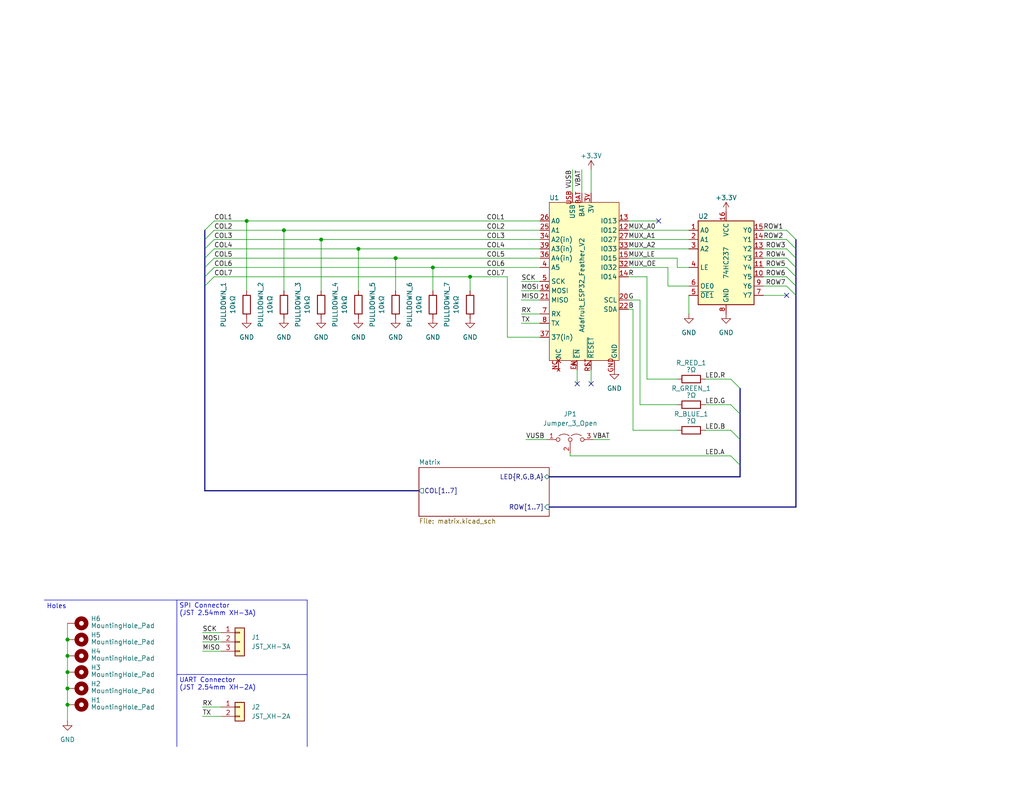
<source format=kicad_sch>
(kicad_sch (version 20230121) (generator eeschema)
  (paper "USLetter")
  (title_block (title "Keyboard Logic") (date "2023-03-28") (rev "1.0") (company "n0m1s"))
  (lib_symbols
    (symbol "Connector_Generic:Conn_01x02" (pin_names (offset 1.016) hide)
      (property "Reference" "J" (at 0 2.54 0))
      (property "Value" "Conn_01x02" (at 0 -5.08 0))
      (symbol "Conn_01x02_1_1"
        (rectangle (start -1.27 -2.413) (end 0 -2.667) (stroke (width 0.1524)))
        (rectangle (start -1.27 0.127) (end 0 -0.127) (stroke (width 0.1524)))
        (rectangle (start -1.27 1.27) (end 1.27 -3.81) (stroke (width 0.254)) (fill (type background)))
        (pin passive line (at -5.08 0 0) (length 3.81) (name "Pin_1") (number "1"))
        (pin passive line (at -5.08 -2.54 0) (length 3.81) (name "Pin_2") (number "2"))
      )
    )
    (symbol "Connector_Generic:Conn_01x03" (pin_names (offset 1.016) hide)
      (property "Reference" "J" (at 0 5.08 0))
      (property "Value" "Conn_01x03" (at 0 -5.08 0))
      (symbol "Conn_01x03_1_1"
        (rectangle (start -1.27 -2.413) (end 0 -2.667) (stroke (width 0.1524)))
        (rectangle (start -1.27 0.127) (end 0 -0.127) (stroke (width 0.1524)))
        (rectangle (start -1.27 2.667) (end 0 2.413) (stroke (width 0.1524)))
        (rectangle (start -1.27 3.81) (end 1.27 -3.81) (stroke (width 0.254)) (fill (type background)))
        (pin passive line (at -5.08 2.54 0) (length 3.81) (name "Pin_1") (number "1"))
        (pin passive line (at -5.08 0 0) (length 3.81) (name "Pin_2") (number "2"))
        (pin passive line (at -5.08 -2.54 0) (length 3.81) (name "Pin_3") (number "3"))
      )
    )
    (symbol "Device:R" (pin_numbers hide) (pin_names (offset 0))
      (property "Reference" "R" (at 2.032 0 90))
      (property "Value" "R" (at 0 0 90))
      (symbol "R_0_1"
        (rectangle (start -1.016 -2.54) (end 1.016 2.54) (stroke (width 0.254)))
      )
      (symbol "R_1_1"
        (pin passive line (at 0 3.81 270) (length 1.27) (name "~") (number "1"))
        (pin passive line (at 0 -3.81 90) (length 1.27) (name "~") (number "2"))
      )
    )
    (symbol "Jumper:Jumper_3_Open" (pin_names (offset 0) hide)
      (property "Reference" "JP" (at -2.54 -2.54 0))
      (property "Value" "Jumper_3_Open" (at 0 2.794 0))
      (symbol "Jumper_3_Open_0_0"
        (circle (center -3.302 0) (radius 0.508))
        (circle (center 0 0) (radius 0.508))
        (circle (center 3.302 0) (radius 0.508))
      )
      (symbol "Jumper_3_Open_0_1"
        (arc (start -0.254 1.016) (mid -1.651 1.4992) (end -3.048 1.016))
        (polyline (pts (xy 0 -0.508) (xy 0 -1.27)))
        (arc (start 3.048 1.016) (mid 1.651 1.4992) (end 0.254 1.016))
      )
      (symbol "Jumper_3_Open_1_1"
        (pin passive line (at -6.35 0 0) (length 2.54) (name "A") (number "1"))
        (pin passive line (at 0 -3.81 90) (length 2.54) (name "C") (number "2"))
        (pin passive line (at 6.35 0 180) (length 2.54) (name "B") (number "3"))
      )
    )
    (symbol "Mechanical:MountingHole_Pad" (pin_numbers hide) (pin_names (offset 1.016) hide)
      (property "Reference" "H" (at 0 6.35 0))
      (property "Value" "MountingHole_Pad" (at 0 4.445 0))
      (symbol "MountingHole_Pad_0_1"
        (circle (center 0 1.27) (radius 1.27) (stroke (width 1.27)))
      )
      (symbol "MountingHole_Pad_1_1"
        (pin input line (at 0 -2.54 90) (length 2.54) (name "1") (number "1"))
      )
    )
    (symbol "custom_symbols:74HC237"
      (property "Reference" "U2" (at -7.62 13.97 0))
      (property "Value" "74HC237" (at 0 -3.175 90))
      (symbol "74HC237_0_1"
        (rectangle (start -7.62 12.7) (end 7.62 -10.16) (stroke (width 0.254)) (fill (type background)))
      )
      (symbol "74HC237_1_1"
        (pin input line (at -10.16 10.16 0) (length 2.54) (name "A0") (number "1"))
        (pin output line (at 10.16 -2.54 180) (length 2.54) (name "Y5") (number "10"))
        (pin output line (at 10.16 0 180) (length 2.54) (name "Y4") (number "11"))
        (pin output line (at 10.16 2.54 180) (length 2.54) (name "Y3") (number "12"))
        (pin output line (at 10.16 5.08 180) (length 2.54) (name "Y2") (number "13"))
        (pin output line (at 10.16 7.62 180) (length 2.54) (name "Y1") (number "14"))
        (pin output line (at 10.16 10.16 180) (length 2.54) (name "Y0") (number "15"))
        (pin power_in line (at 0 15.24 270) (length 2.54) (name "VCC") (number "16"))
        (pin input line (at -10.16 7.62 0) (length 2.54) (name "A1") (number "2"))
        (pin input line (at -10.16 5.08 0) (length 2.54) (name "A2") (number "3"))
        (pin input line (at -10.16 0 0) (length 2.54) (name "LE") (number "4"))
        (pin input line (at -10.16 -7.62 0) (length 2.54) (name "~{OE1}") (number "5"))
        (pin input line (at -10.16 -5.08 0) (length 2.54) (name "OE0") (number "6"))
        (pin output line (at 10.16 -7.62 180) (length 2.54) (name "Y7") (number "7"))
        (pin power_in line (at 0 -12.7 90) (length 2.54) (name "GND") (number "8"))
        (pin output line (at 10.16 -5.08 180) (length 2.54) (name "Y6") (number "9"))
      )
    )
    (symbol "custom_symbols:Adafruit_ESP32_Feather_V2"
      (property "Reference" "U1" (at -8.89 20.32 0))
      (property "Value" "Adafruit_ESP32_Feather_V2" (at 0 -16.51 90))
      (symbol "Adafruit_ESP32_Feather_V2_0_1"
        (rectangle (start -8.89 19.05) (end 10.16 -24.13) (fill (type background)))
      )
      (symbol "Adafruit_ESP32_Feather_V2_1_1"
        (pin bidirectional line (at 12.7 11.43 180) (length 2.54) (name "IO12") (number "12"))
        (pin bidirectional line (at 12.7 13.97 180) (length 2.54) (name "IO13") (number "13"))
        (pin bidirectional line (at 12.7 -1.27 180) (length 2.54) (name "IO14") (number "14"))
        (pin bidirectional line (at 12.7 3.81 180) (length 2.54) (name "IO15") (number "15"))
        (pin bidirectional line (at -11.43 -5.08 0) (length 2.54) (name "MOSI") (number "19"))
        (pin bidirectional line (at 12.7 -7.62 180) (length 2.54) (name "SCL") (number "20"))
        (pin bidirectional line (at -11.43 -7.62 0) (length 2.54) (name "MISO") (number "21"))
        (pin bidirectional line (at 12.7 -10.16 180) (length 2.54) (name "SDA") (number "22"))
        (pin bidirectional line (at -11.43 11.43 0) (length 2.54) (name "A1") (number "25"))
        (pin bidirectional line (at -11.43 13.97 0) (length 2.54) (name "A0") (number "26"))
        (pin bidirectional line (at 12.7 8.89 180) (length 2.54) (name "IO27") (number "27"))
        (pin bidirectional line (at 12.7 1.27 180) (length 2.54) (name "IO32") (number "32"))
        (pin bidirectional line (at 12.7 6.35 180) (length 2.54) (name "IO33") (number "33"))
        (pin input line (at -11.43 8.89 0) (length 2.54) (name "A2(in)") (number "34"))
        (pin input line (at -11.43 3.81 0) (length 2.54) (name "A4(in)") (number "36"))
        (pin input line (at -11.43 -17.78 0) (length 2.54) (name "37(in)") (number "37"))
        (pin input line (at -11.43 6.35 0) (length 2.54) (name "A3(in)") (number "39"))
        (pin power_out line (at 2.54 21.59 270) (length 2.54) (name "3V") (number "3V"))
        (pin bidirectional line (at -11.43 1.27 0) (length 2.54) (name "A5") (number "4"))
        (pin bidirectional line (at -11.43 -2.54 0) (length 2.54) (name "SCK") (number "5"))
        (pin bidirectional line (at -11.43 -11.43 0) (length 2.54) (name "RX") (number "7"))
        (pin bidirectional line (at -11.43 -13.97 0) (length 2.54) (name "TX") (number "8"))
        (pin power_out line (at 0 21.59 270) (length 2.54) (name "BAT") (number "BAT"))
        (pin input input_low (at -1.27 -26.67 90) (length 2.54) (name "~{EN}") (number "EN"))
        (pin power_out line (at 8.89 -26.67 90) (length 2.54) (name "GND") (number "GND"))
        (pin no_connect non_logic (at -6.35 -26.67 90) (length 2.54) (name "NC") (number "NC"))
        (pin input input_low (at 2.54 -26.67 90) (length 2.54) (name "~{RESET}") (number "RST"))
        (pin power_out line (at -2.54 21.59 270) (length 2.54) (name "USB") (number "USB"))
      )
    )
    (symbol "power:+3.3V" (power) (pin_names (offset 0))
      (property "Value" "+3.3V" (at 0 3.556 0))
      (symbol "+3.3V_0_1"
        (polyline (pts (xy -0.762 1.27) (xy 0 2.54)))
        (polyline (pts (xy 0 0) (xy 0 2.54)))
        (polyline (pts (xy 0 2.54) (xy 0.762 1.27)))
      )
      (symbol "+3.3V_1_1"
        (pin power_in line (at 0 0 90) (length 0) hide (name "+3.3V") (number "1"))
      )
    )
    (symbol "power:GND" (power) (pin_names (offset 0))
      (property "Value" "GND" (at 0 -3.81 0))
      (symbol "GND_0_1"
        (polyline (pts (xy 0 0) (xy 0 -1.27) (xy 1.27 -1.27) (xy 0 -2.54) (xy -1.27 -1.27) (xy 0 -1.27)))
      )
      (symbol "GND_1_1"
        (pin power_in line (at 0 0 270) (length 0) hide (name "GND") (number "1"))
      )
    )
  )
  (junction (at 18.415 179.07))
  (junction (at 18.415 183.515))
  (junction (at 97.79 67.945))
  (junction (at 87.63 65.405))
  (junction (at 18.415 192.405))
  (junction (at 18.415 174.625))
  (junction (at 128.27 75.565))
  (junction (at 118.11 73.025))
  (junction (at 107.95 70.485))
  (junction (at 18.415 187.96))
  (junction (at 67.31 60.325))
  (junction (at 77.47 62.865))
  (no_connect (at 179.705 60.325))
  (no_connect (at 157.48 104.775))
  (no_connect (at 161.29 104.775))
  (no_connect (at 214.63 80.645))
  (bus_entry (at 214.63 75.565) (size 2.54 2.54))
  (bus_entry (at 214.63 70.485) (size 2.54 2.54))
  (bus_entry (at 199.39 103.505) (size 2.54 2.54))
  (bus_entry (at 58.42 62.865) (size -2.54 2.54))
  (bus_entry (at 58.42 65.405) (size -2.54 2.54))
  (bus_entry (at 214.63 67.945) (size 2.54 2.54))
  (bus_entry (at 214.63 62.865) (size 2.54 2.54))
  (bus_entry (at 58.42 67.945) (size -2.54 2.54))
  (bus_entry (at 58.42 60.325) (size -2.54 2.54))
  (bus_entry (at 58.42 73.025) (size -2.54 2.54))
  (bus_entry (at 214.63 78.105) (size 2.54 2.54))
  (bus_entry (at 58.42 75.565) (size -2.54 2.54))
  (bus_entry (at 199.39 124.46) (size 2.54 2.54))
  (bus_entry (at 214.63 65.405) (size 2.54 2.54))
  (bus_entry (at 214.63 73.025) (size 2.54 2.54))
  (bus_entry (at 199.39 117.475) (size 2.54 2.54))
  (bus_entry (at 199.39 110.49) (size 2.54 2.54))
  (bus_entry (at 58.42 70.485) (size -2.54 2.54))
  (wire (pts (xy 118.11 73.025) (xy 118.11 79.375)))
  (bus (pts (xy 114.3 133.985) (xy 55.88 133.985)))
  (bus (pts (xy 217.17 138.43) (xy 149.86 138.43)))
  (wire (pts (xy 161.29 46.355) (xy 161.29 52.705)))
  (bus (pts (xy 55.88 65.405) (xy 55.88 67.945)))
  (polyline (pts (xy 83.82 163.83) (xy 83.82 203.835)))
  (bus (pts (xy 201.93 113.03) (xy 201.93 120.015)))
  (wire (pts (xy 67.31 60.325) (xy 147.32 60.325)))
  (bus (pts (xy 201.93 120.015) (xy 201.93 127)))
  (wire (pts (xy 184.785 70.485) (xy 184.785 73.025)))
  (bus (pts (xy 149.86 130.175) (xy 201.93 130.175)))
  (wire (pts (xy 118.11 73.025) (xy 147.32 73.025)))
  (wire (pts (xy 171.45 70.485) (xy 184.785 70.485)))
  (wire (pts (xy 128.27 75.565) (xy 128.27 79.375)))
  (wire (pts (xy 58.42 62.865) (xy 77.47 62.865)))
  (wire (pts (xy 142.24 81.915) (xy 147.32 81.915)))
  (wire (pts (xy 192.405 110.49) (xy 199.39 110.49)))
  (polyline (pts (xy 12.065 163.83) (xy 83.82 163.83)))
  (bus (pts (xy 55.88 75.565) (xy 55.88 78.105)))
  (wire (pts (xy 155.575 124.46) (xy 199.39 124.46)))
  (wire (pts (xy 184.785 73.025) (xy 187.96 73.025)))
  (polyline (pts (xy 48.26 184.15) (xy 83.82 184.15)))
  (wire (pts (xy 107.95 70.485) (xy 107.95 79.375)))
  (wire (pts (xy 138.43 92.075) (xy 147.32 92.075)))
  (bus (pts (xy 217.17 67.945) (xy 217.17 70.485)))
  (wire (pts (xy 192.405 103.505) (xy 199.39 103.505)))
  (wire (pts (xy 208.28 65.405) (xy 214.63 65.405)))
  (wire (pts (xy 128.27 75.565) (xy 138.43 75.565)))
  (wire (pts (xy 142.24 85.725) (xy 147.32 85.725)))
  (wire (pts (xy 55.245 193.04) (xy 60.325 193.04)))
  (wire (pts (xy 77.47 62.865) (xy 77.47 79.375)))
  (wire (pts (xy 142.24 79.375) (xy 147.32 79.375)))
  (wire (pts (xy 143.51 120.015) (xy 149.225 120.015)))
  (wire (pts (xy 87.63 65.405) (xy 147.32 65.405)))
  (wire (pts (xy 58.42 70.485) (xy 107.95 70.485)))
  (wire (pts (xy 142.24 76.835) (xy 147.32 76.835)))
  (wire (pts (xy 97.79 67.945) (xy 97.79 79.375)))
  (wire (pts (xy 208.28 75.565) (xy 214.63 75.565)))
  (wire (pts (xy 18.415 174.625) (xy 18.415 179.07)))
  (wire (pts (xy 55.245 175.26) (xy 60.325 175.26)))
  (wire (pts (xy 171.45 67.945) (xy 187.96 67.945)))
  (wire (pts (xy 58.42 73.025) (xy 118.11 73.025)))
  (wire (pts (xy 171.45 81.915) (xy 174.625 81.915)))
  (bus (pts (xy 55.88 62.865) (xy 55.88 65.405)))
  (wire (pts (xy 157.48 104.775) (xy 157.48 100.965)))
  (wire (pts (xy 55.245 195.58) (xy 60.325 195.58)))
  (polyline (pts (xy 48.26 163.83) (xy 48.26 203.835)))
  (wire (pts (xy 97.79 67.945) (xy 147.32 67.945)))
  (wire (pts (xy 18.415 196.85) (xy 18.415 192.405)))
  (wire (pts (xy 18.415 183.515) (xy 18.415 187.96)))
  (wire (pts (xy 171.45 62.865) (xy 187.96 62.865)))
  (wire (pts (xy 174.625 81.915) (xy 174.625 110.49)))
  (wire (pts (xy 156.21 46.355) (xy 156.21 52.705)))
  (wire (pts (xy 138.43 75.565) (xy 138.43 92.075)))
  (wire (pts (xy 18.415 179.07) (xy 18.415 183.515)))
  (bus (pts (xy 217.17 65.405) (xy 217.17 67.945)))
  (wire (pts (xy 158.75 46.355) (xy 158.75 52.705)))
  (bus (pts (xy 217.17 73.025) (xy 217.17 75.565)))
  (bus (pts (xy 217.17 78.105) (xy 217.17 80.645)))
  (wire (pts (xy 58.42 65.405) (xy 87.63 65.405)))
  (wire (pts (xy 172.72 84.455) (xy 172.72 117.475)))
  (wire (pts (xy 208.28 73.025) (xy 214.63 73.025)))
  (wire (pts (xy 172.72 117.475) (xy 184.785 117.475)))
  (wire (pts (xy 187.96 85.725) (xy 187.96 80.645)))
  (wire (pts (xy 208.28 67.945) (xy 214.63 67.945)))
  (wire (pts (xy 208.28 62.865) (xy 214.63 62.865)))
  (bus (pts (xy 55.88 78.105) (xy 55.88 133.985)))
  (wire (pts (xy 18.415 187.96) (xy 18.415 192.405)))
  (wire (pts (xy 18.415 170.18) (xy 18.415 174.625)))
  (wire (pts (xy 58.42 60.325) (xy 67.31 60.325)))
  (wire (pts (xy 55.245 172.72) (xy 60.325 172.72)))
  (bus (pts (xy 55.88 67.945) (xy 55.88 70.485)))
  (wire (pts (xy 208.28 70.485) (xy 214.63 70.485)))
  (bus (pts (xy 217.17 80.645) (xy 217.17 138.43)))
  (wire (pts (xy 184.785 103.505) (xy 176.53 103.505)))
  (bus (pts (xy 55.88 73.025) (xy 55.88 75.565)))
  (wire (pts (xy 208.28 78.105) (xy 214.63 78.105)))
  (wire (pts (xy 142.24 88.265) (xy 147.32 88.265)))
  (wire (pts (xy 171.45 75.565) (xy 176.53 75.565)))
  (wire (pts (xy 58.42 67.945) (xy 97.79 67.945)))
  (wire (pts (xy 182.245 73.025) (xy 182.245 78.105)))
  (wire (pts (xy 87.63 65.405) (xy 87.63 79.375)))
  (bus (pts (xy 217.17 75.565) (xy 217.17 78.105)))
  (wire (pts (xy 176.53 75.565) (xy 176.53 103.505)))
  (wire (pts (xy 192.405 117.475) (xy 199.39 117.475)))
  (bus (pts (xy 55.88 70.485) (xy 55.88 73.025)))
  (wire (pts (xy 161.29 104.775) (xy 161.29 100.965)))
  (wire (pts (xy 172.72 84.455) (xy 171.45 84.455)))
  (wire (pts (xy 67.31 60.325) (xy 67.31 79.375)))
  (wire (pts (xy 77.47 62.865) (xy 147.32 62.865)))
  (wire (pts (xy 171.45 65.405) (xy 187.96 65.405)))
  (wire (pts (xy 107.95 70.485) (xy 147.32 70.485)))
  (wire (pts (xy 214.63 80.645) (xy 208.28 80.645)))
  (wire (pts (xy 174.625 110.49) (xy 184.785 110.49)))
  (bus (pts (xy 201.93 106.045) (xy 201.93 113.03)))
  (wire (pts (xy 58.42 75.565) (xy 128.27 75.565)))
  (wire (pts (xy 155.575 123.825) (xy 155.575 124.46)))
  (wire (pts (xy 171.45 73.025) (xy 182.245 73.025)))
  (bus (pts (xy 217.17 70.485) (xy 217.17 73.025)))
  (wire (pts (xy 55.245 177.8) (xy 60.325 177.8)))
  (wire (pts (xy 182.245 78.105) (xy 187.96 78.105)))
  (wire (pts (xy 179.705 60.325) (xy 171.45 60.325)))
  (bus (pts (xy 201.93 127) (xy 201.93 130.175)))
  (wire (pts (xy 166.37 120.015) (xy 161.925 120.015)))
  (text "UART Connector\n(JST 2.54mm XH-2A)" (at 48.895 188.595 0) (effects (font (size 1.27 1.27)) (justify left bottom)))
  (text "SPI Connector\n(JST 2.54mm XH-3A)" (at 48.895 168.275 0) (effects (font (size 1.27 1.27)) (justify left bottom)))
  (text "Holes" (at 12.7 166.37 0) (effects (font (size 1.27 1.27)) (justify left bottom)))
  (label "ROW1" (at 208.28 62.865 0))
  (label "ROW3" (at 208.915 67.945 0))
  (label "TX" (at 55.245 195.58 0))
  (label "LED.A" (at 192.405 124.46 0))
  (label "MUX_A1" (at 171.45 65.405 0))
  (label "RX" (at 55.245 193.04 0))
  (label "MUX_LE" (at 171.45 70.485 0))
  (label "COL2" (at 137.795 62.865 180))
  (label "COL2" (at 58.42 62.865 0))
  (label "MOSI" (at 142.24 79.375 0))
  (label "ROW7" (at 208.915 78.105 0))
  (label "COL1" (at 137.795 60.325 180))
  (label "COL3" (at 137.795 65.405 180))
  (label "VBAT" (at 166.37 120.015 180))
  (label "LED.G" (at 192.405 110.49 0))
  (label "ROW5" (at 208.915 73.025 0))
  (label "B" (at 171.45 84.455 0))
  (label "MUX_A0" (at 171.45 62.865 0))
  (label "SCK" (at 142.24 76.835 0))
  (label "TX" (at 142.24 88.265 0))
  (label "MUX_A2" (at 171.45 67.945 0))
  (label "MOSI" (at 55.245 175.26 0))
  (label "LED.R" (at 192.405 103.505 0))
  (label "VBAT" (at 158.75 46.355 270))
  (label "COL7" (at 58.42 75.565 0))
  (label "MUX_OE" (at 171.45 73.025 0))
  (label "ROW2" (at 208.28 65.405 0))
  (label "MISO" (at 142.24 81.915 0))
  (label "ROW4" (at 208.915 70.485 0))
  (label "COL3" (at 58.42 65.405 0))
  (label "SCK" (at 55.245 172.72 0))
  (label "MISO" (at 55.245 177.8 0))
  (label "COL1" (at 58.42 60.325 0))
  (label "COL5" (at 58.42 70.485 0))
  (label "COL6" (at 137.795 73.025 180))
  (label "COL4" (at 58.42 67.945 0))
  (label "COL7" (at 137.795 75.565 180))
  (label "VUSB" (at 143.51 120.015 0))
  (label "G" (at 171.45 81.915 0))
  (label "ROW6" (at 208.915 75.565 0))
  (label "VUSB" (at 156.21 46.355 270))
  (label "LED.B" (at 192.405 117.475 0))
  (label "COL4" (at 137.795 67.945 180))
  (label "RX" (at 142.24 85.725 0))
  (label "R" (at 171.45 75.565 0))
  (label "COL6" (at 58.42 73.025 0))
  (label "COL5" (at 137.795 70.485 180))
  (symbol (lib_id "power:+3.3V") (at 161.29 46.355 0) (unit 1)
    (property "Reference" "#PWR09" (effects hide))
    (property "Value" "+3.3V" (at 161.29 42.545 0))
  )
  (symbol (lib_id "Device:R") (at 188.595 117.475 90) (mirror x) (unit 1)
    (property "Reference" "R_BLUE_1" (at 188.595 113.03 90))
    (property "Value" "?Ω" (at 188.595 114.935 90))
    (property "Footprint" "Resistor_THT:R_Axial_DIN0207_L6.3mm_D2.5mm_P10.16mm_Horizontal" (effects hide))
  )
  (symbol (lib_id "power:GND") (at 167.64 100.965 0) (unit 1)
    (property "Reference" "#PWR010" (effects hide))
    (property "Value" "GND" (at 167.64 106.045 0))
  )
  (symbol (lib_id "custom_symbols:Adafruit_ESP32_Feather_V2") (at 158.75 74.295 0) (unit 1)
    (property "Reference" "U1" (at 149.86 53.975 0) (effects (justify left)))
    (property "Value" "Adafruit_ESP32_Feather_V2" (at 158.75 90.805 90) (effects (justify left)))
  )
  (symbol (lib_id "Device:R") (at 188.595 110.49 90) (mirror x) (unit 1)
    (property "Reference" "R_GREEN_1" (at 188.595 106.045 90))
    (property "Value" "?Ω" (at 188.595 107.95 90))
    (property "Footprint" "Resistor_THT:R_Axial_DIN0207_L6.3mm_D2.5mm_P10.16mm_Horizontal" (effects hide))
  )
  (symbol (lib_id "power:GND") (at 107.95 86.995 0) (mirror y) (unit 1)
    (property "Reference" "#PWR06" (effects hide))
    (property "Value" "GND" (at 107.95 92.075 0))
  )
  (symbol (lib_id "Device:R") (at 77.47 83.185 0) (mirror x) (unit 1)
    (property "Reference" "PULLDOWN_2" (at 71.12 83.185 90))
    (property "Value" "10kΩ" (at 73.66 83.185 90))
    (property "Footprint" "Resistor_THT:R_Axial_DIN0207_L6.3mm_D2.5mm_P10.16mm_Horizontal" (effects hide))
  )
  (symbol (lib_id "custom_symbols:74HC237") (at 198.12 73.025 0) (unit 1)
    (property "Reference" "U2" (at 190.5 59.055 0) (effects (justify left)))
    (property "Value" "74HC237" (at 198.12 76.2 90) (effects (justify left)))
    (property "Footprint" "Package_SO:SOIC-16_3.9x9.9mm_P1.27mm" (effects hide))
    (property "Datasheet" "http://www.ti.com/lit/ds/symlink/cd74hc237.pdf" (effects hide))
  )
  (symbol (lib_id "Mechanical:MountingHole_Pad") (at 20.955 187.96 270) (unit 1)
    (property "Reference" "H2" (at 24.765 186.69 90) (effects (justify left)))
    (property "Value" "MountingHole_Pad" (at 24.765 188.595 90) (effects (justify left)))
    (property "Footprint" "MountingHole:MountingHole_3.2mm_M3_Pad" (effects hide))
  )
  (symbol (lib_id "Connector_Generic:Conn_01x02") (at 65.405 193.04 0) (unit 1)
    (property "Reference" "J2" (at 68.58 193.0399 0) (effects (justify left)))
    (property "Value" "JST_XH-2A" (at 68.58 195.5799 0) (effects (justify left)))
  )
  (symbol (lib_id "Mechanical:MountingHole_Pad") (at 20.955 192.405 270) (unit 1)
    (property "Reference" "H1" (at 24.765 191.135 90) (effects (justify left)))
    (property "Value" "MountingHole_Pad" (at 24.765 193.04 90) (effects (justify left)))
    (property "Footprint" "MountingHole:MountingHole_3.2mm_M3_Pad" (effects hide))
  )
  (symbol (lib_id "power:GND") (at 87.63 86.995 0) (mirror y) (unit 1)
    (property "Reference" "#PWR04" (effects hide))
    (property "Value" "GND" (at 87.63 92.075 0))
  )
  (symbol (lib_id "power:GND") (at 198.12 85.725 0) (unit 1)
    (property "Reference" "#PWR013" (effects hide))
    (property "Value" "GND" (at 198.12 90.805 0))
  )
  (symbol (lib_id "Mechanical:MountingHole_Pad") (at 20.955 179.07 270) (unit 1)
    (property "Reference" "H4" (at 24.765 177.8 90) (effects (justify left)))
    (property "Value" "MountingHole_Pad" (at 24.765 179.705 90) (effects (justify left)))
    (property "Footprint" "MountingHole:MountingHole_3.2mm_M3_Pad" (effects hide))
  )
  (symbol (lib_id "power:GND") (at 128.27 86.995 0) (mirror y) (unit 1)
    (property "Reference" "#PWR08" (effects hide))
    (property "Value" "GND" (at 128.27 92.075 0))
  )
  (symbol (lib_id "Device:R") (at 87.63 83.185 0) (mirror x) (unit 1)
    (property "Reference" "PULLDOWN_3" (at 81.28 83.185 90))
    (property "Value" "10kΩ" (at 83.82 83.185 90))
    (property "Footprint" "Resistor_THT:R_Axial_DIN0207_L6.3mm_D2.5mm_P10.16mm_Horizontal" (effects hide))
  )
  (symbol (lib_id "Device:R") (at 188.595 103.505 90) (mirror x) (unit 1)
    (property "Reference" "R_RED_1" (at 188.595 99.06 90))
    (property "Value" "?Ω" (at 188.595 100.965 90))
    (property "Footprint" "Resistor_THT:R_Axial_DIN0207_L6.3mm_D2.5mm_P10.16mm_Horizontal" (effects hide))
  )
  (symbol (lib_id "power:GND") (at 67.31 86.995 0) (mirror y) (unit 1)
    (property "Reference" "#PWR02" (effects hide))
    (property "Value" "GND" (at 67.31 92.075 0))
  )
  (symbol (lib_id "Mechanical:MountingHole_Pad") (at 20.955 183.515 270) (unit 1)
    (property "Reference" "H3" (at 24.765 182.245 90) (effects (justify left)))
    (property "Value" "MountingHole_Pad" (at 24.765 184.15 90) (effects (justify left)))
    (property "Footprint" "MountingHole:MountingHole_3.2mm_M3_Pad" (effects hide))
  )
  (symbol (lib_id "power:GND") (at 77.47 86.995 0) (mirror y) (unit 1)
    (property "Reference" "#PWR03" (effects hide))
    (property "Value" "GND" (at 77.47 92.075 0))
  )
  (symbol (lib_id "power:GND") (at 97.79 86.995 0) (mirror y) (unit 1)
    (property "Reference" "#PWR05" (effects hide))
    (property "Value" "GND" (at 97.79 92.075 0))
  )
  (symbol (lib_id "Device:R") (at 97.79 83.185 0) (mirror x) (unit 1)
    (property "Reference" "PULLDOWN_4" (at 91.44 83.185 90))
    (property "Value" "10kΩ" (at 93.98 83.185 90))
    (property "Footprint" "Resistor_THT:R_Axial_DIN0207_L6.3mm_D2.5mm_P10.16mm_Horizontal" (effects hide))
  )
  (symbol (lib_id "Device:R") (at 128.27 83.185 0) (mirror x) (unit 1)
    (property "Reference" "PULLDOWN_7" (at 121.92 83.185 90))
    (property "Value" "10kΩ" (at 124.46 83.185 90))
    (property "Footprint" "Resistor_THT:R_Axial_DIN0207_L6.3mm_D2.5mm_P10.16mm_Horizontal" (effects hide))
  )
  (symbol (lib_id "Device:R") (at 107.95 83.185 0) (mirror x) (unit 1)
    (property "Reference" "PULLDOWN_5" (at 101.6 83.185 90))
    (property "Value" "10kΩ" (at 104.14 83.185 90))
    (property "Footprint" "Resistor_THT:R_Axial_DIN0207_L6.3mm_D2.5mm_P10.16mm_Horizontal" (effects hide))
  )
  (symbol (lib_id "Device:R") (at 67.31 83.185 0) (mirror x) (unit 1)
    (property "Reference" "PULLDOWN_1" (at 60.96 83.185 90))
    (property "Value" "10kΩ" (at 63.5 83.185 90))
    (property "Footprint" "Resistor_THT:R_Axial_DIN0207_L6.3mm_D2.5mm_P10.16mm_Horizontal" (effects hide))
  )
  (symbol (lib_id "power:GND") (at 118.11 86.995 0) (mirror y) (unit 1)
    (property "Reference" "#PWR07" (effects hide))
    (property "Value" "GND" (at 118.11 92.075 0))
  )
  (symbol (lib_id "Mechanical:MountingHole_Pad") (at 20.955 174.625 270) (unit 1)
    (property "Reference" "H5" (at 24.765 173.355 90) (effects (justify left)))
    (property "Value" "MountingHole_Pad" (at 24.765 175.26 90) (effects (justify left)))
    (property "Footprint" "MountingHole:MountingHole_3.2mm_M3_Pad" (effects hide))
  )
  (symbol (lib_id "Mechanical:MountingHole_Pad") (at 20.955 170.18 270) (unit 1)
    (property "Reference" "H6" (at 24.765 168.91 90) (effects (justify left)))
    (property "Value" "MountingHole_Pad" (at 24.765 170.815 90) (effects (justify left)))
    (property "Footprint" "MountingHole:MountingHole_3.2mm_M3_Pad" (effects hide))
  )
  (symbol (lib_id "power:GND") (at 18.415 196.85 0) (unit 1)
    (property "Reference" "#PWR01" (effects hide))
    (property "Value" "GND" (at 18.415 201.93 0))
  )
  (symbol (lib_id "Jumper:Jumper_3_Open") (at 155.575 120.015 0) (unit 1)
    (property "Reference" "JP1" (at 155.575 113.03 0))
    (property "Value" "Jumper_3_Open" (at 155.575 115.57 0))
    (property "Footprint" "Connector_PinHeader_2.54mm:PinHeader_1x03_P2.54mm_Horizontal" (effects hide))
  )
  (symbol (lib_id "Connector_Generic:Conn_01x03") (at 65.405 175.26 0) (unit 1)
    (property "Reference" "J1" (at 68.58 173.9899 0) (effects (justify left)))
    (property "Value" "JST_XH-3A" (at 68.58 176.5299 0) (effects (justify left)))
  )
  (symbol (lib_id "Device:R") (at 118.11 83.185 0) (mirror x) (unit 1)
    (property "Reference" "PULLDOWN_6" (at 111.76 83.185 90))
    (property "Value" "10kΩ" (at 114.3 83.185 90))
    (property "Footprint" "Resistor_THT:R_Axial_DIN0207_L6.3mm_D2.5mm_P10.16mm_Horizontal" (effects hide))
  )
  (symbol (lib_id "power:GND") (at 187.96 85.725 0) (unit 1)
    (property "Reference" "#PWR011" (effects hide))
    (property "Value" "GND" (at 187.96 90.805 0))
  )
  (symbol (lib_id "power:+3.3V") (at 198.12 57.785 0) (unit 1)
    (property "Reference" "#PWR012" (effects hide))
    (property "Value" "+3.3V" (at 198.12 53.975 0))
  )
  (sheet (at 114.3 127.635) (size 35.56 13.335) (stroke (width 0.1524))
    (property "Sheetname" "Matrix" (at 114.3 126.9234 0) (effects (justify left bottom)))
    (property "Sheetfile" "matrix.kicad_sch" (at 114.3 141.5546 0) (effects (justify left top)))
    (pin "COL[1..7]" output (at 114.3 133.985 180))
    (pin "ROW[1..7]" input (at 149.86 138.43 0))
    (pin "LED{R,G,B,A}" bidirectional (at 149.86 130.175 0))
  )
)
</source>
